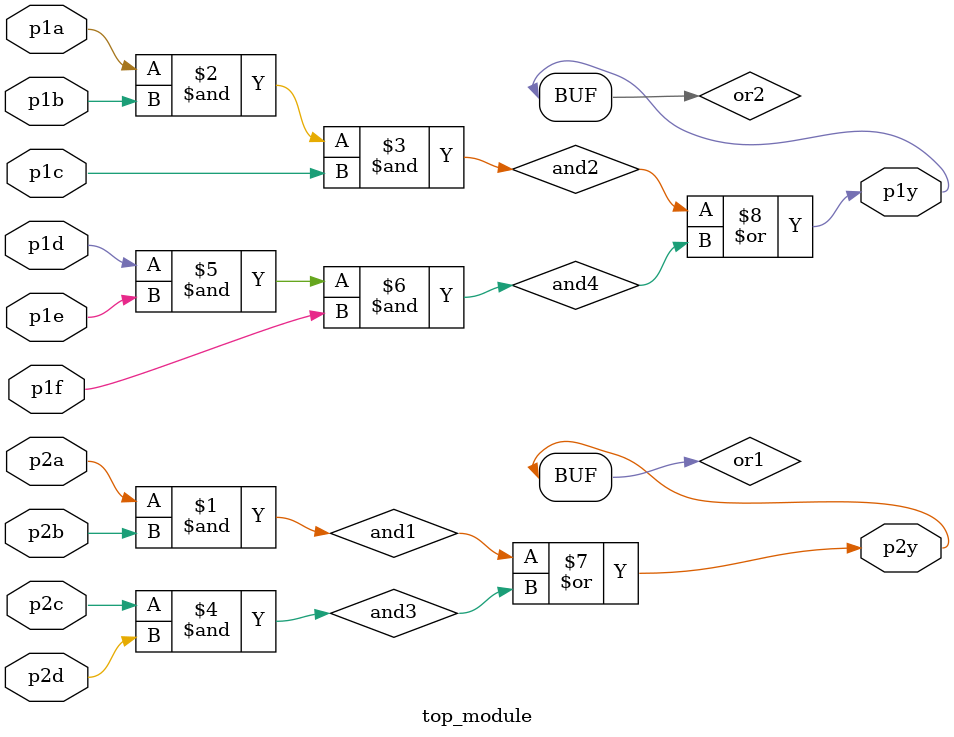
<source format=v>
module top_module ( 
    input p1a, p1b, p1c, p1d, p1e, p1f,
    output p1y,
    input p2a, p2b, p2c, p2d,
    output p2y );

wire and1 = p2a & p2b;
wire and2 = p1a & p1b & p1c;
wire and3 = p2c & p2d;
wire and4 = p1d & p1e & p1f;
wire or1 = and1 | and3;
wire or2 = and2 | and4;
    
assign p1y = or2;
assign p2y = or1;

endmodule
</source>
